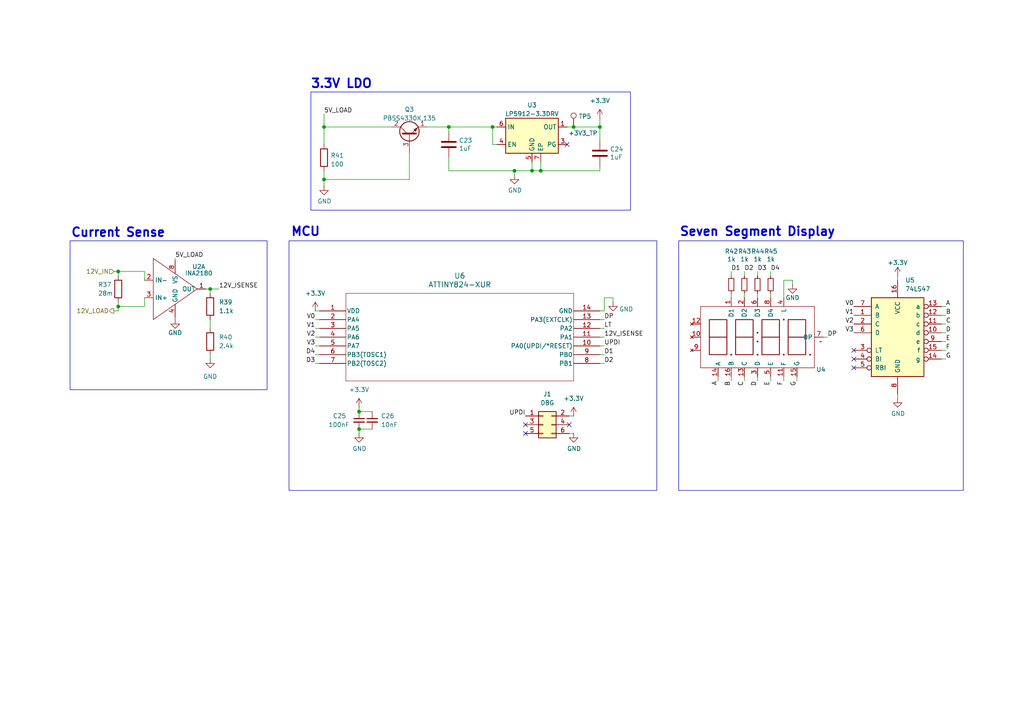
<source format=kicad_sch>
(kicad_sch (version 20231120) (generator "eeschema") (generator_version "8.0")
  (paper "A4")
  (title_block (company "Longhorn Racing Solar") (comment 1 "https://cloud.wikis.utexas.edu/wiki/x/-qKvAQ"))
  (lib_symbols
    (symbol "74xx:74LS47" (pin_names (offset 1.016))
      (property "Reference" "U" (at -7.62 11.43 0))
      (property "Value" "74LS47" (at -7.62 -13.97 0))
      (symbol "74LS47_1_0"
        (pin input line (at -12.7 5.08 0) (length 5.08) (name "B") (number "1"))
        (pin open_collector inverted (at 12.7 0 180) (length 5.08) (name "d") (number "10"))
        (pin open_collector inverted (at 12.7 2.54 180) (length 5.08) (name "c") (number "11"))
        (pin open_collector inverted (at 12.7 5.08 180) (length 5.08) (name "b") (number "12"))
        (pin open_collector inverted (at 12.7 7.62 180) (length 5.08) (name "a") (number "13"))
        (pin open_collector inverted (at 12.7 -7.62 180) (length 5.08) (name "g") (number "14"))
        (pin open_collector inverted (at 12.7 -5.08 180) (length 5.08) (name "f") (number "15"))
        (pin power_in line (at 0 15.24 270) (length 5.08) (name "VCC") (number "16"))
        (pin input line (at -12.7 2.54 0) (length 5.08) (name "C") (number "2"))
        (pin input inverted (at -12.7 -5.08 0) (length 5.08) (name "LT") (number "3"))
        (pin input inverted (at -12.7 -7.62 0) (length 5.08) (name "BI") (number "4"))
        (pin input inverted (at -12.7 -10.16 0) (length 5.08) (name "RBI") (number "5"))
        (pin input line (at -12.7 0 0) (length 5.08) (name "D") (number "6"))
        (pin input line (at -12.7 7.62 0) (length 5.08) (name "A") (number "7"))
        (pin power_in line (at 0 -17.78 90) (length 5.08) (name "GND") (number "8"))
        (pin open_collector inverted (at 12.7 -2.54 180) (length 5.08) (name "e") (number "9"))
      )
      (symbol "74LS47_1_1"
        (rectangle (start -7.62 10.16) (end 7.62 -12.7) (stroke (width 0.254)) (fill (type background)))
      )
    )
    (symbol "Connector:TestPoint" (pin_numbers hide) (pin_names (offset 0.762) hide)
      (property "Reference" "TP" (at 0 6.858 0))
      (property "Value" "TestPoint" (at 0 5.08 0))
      (symbol "TestPoint_0_1"
        (circle (center 0 3.302) (radius 0.762))
      )
      (symbol "TestPoint_1_1"
        (pin passive line (at 0 0 90) (length 2.54) (name "1") (number "1"))
      )
    )
    (symbol "Connector_Generic:Conn_02x03_Odd_Even" (pin_names (offset 1.016) hide)
      (property "Reference" "J" (at 1.27 5.08 0))
      (property "Value" "Conn_02x03_Odd_Even" (at 1.27 -5.08 0))
      (symbol "Conn_02x03_Odd_Even_1_1"
        (rectangle (start -1.27 -2.413) (end 0 -2.667) (stroke (width 0.1524)))
        (rectangle (start -1.27 0.127) (end 0 -0.127) (stroke (width 0.1524)))
        (rectangle (start -1.27 2.667) (end 0 2.413) (stroke (width 0.1524)))
        (rectangle (start -1.27 3.81) (end 3.81 -3.81) (stroke (width 0.254)) (fill (type background)))
        (rectangle (start 3.81 -2.413) (end 2.54 -2.667) (stroke (width 0.1524)))
        (rectangle (start 3.81 0.127) (end 2.54 -0.127) (stroke (width 0.1524)))
        (rectangle (start 3.81 2.667) (end 2.54 2.413) (stroke (width 0.1524)))
        (pin passive line (at -5.08 2.54 0) (length 3.81) (name "Pin_1") (number "1"))
        (pin passive line (at 7.62 2.54 180) (length 3.81) (name "Pin_2") (number "2"))
        (pin passive line (at -5.08 0 0) (length 3.81) (name "Pin_3") (number "3"))
        (pin passive line (at 7.62 0 180) (length 3.81) (name "Pin_4") (number "4"))
        (pin passive line (at -5.08 -2.54 0) (length 3.81) (name "Pin_5") (number "5"))
        (pin passive line (at 7.62 -2.54 180) (length 3.81) (name "Pin_6") (number "6"))
      )
    )
    (symbol "Device:C" (pin_numbers hide) (pin_names (offset 0.254))
      (property "Reference" "C" (at 0.635 2.54 0))
      (property "Value" "C" (at 0.635 -2.54 0))
      (symbol "C_0_1"
        (polyline (pts (xy -2.032 -0.762) (xy 2.032 -0.762)) (stroke (width 0.508)))
        (polyline (pts (xy -2.032 0.762) (xy 2.032 0.762)) (stroke (width 0.508)))
      )
      (symbol "C_1_1"
        (pin passive line (at 0 3.81 270) (length 2.794) (name "~") (number "1"))
        (pin passive line (at 0 -3.81 90) (length 2.794) (name "~") (number "2"))
      )
    )
    (symbol "Device:C_Small" (pin_numbers hide) (pin_names (offset 0.254) hide)
      (property "Reference" "C" (at 0.254 1.778 0))
      (property "Value" "C_Small" (at 0.254 -2.032 0))
      (symbol "C_Small_0_1"
        (polyline (pts (xy -1.524 -0.508) (xy 1.524 -0.508)) (stroke (width 0.3302)))
        (polyline (pts (xy -1.524 0.508) (xy 1.524 0.508)) (stroke (width 0.3048)))
      )
      (symbol "C_Small_1_1"
        (pin passive line (at 0 2.54 270) (length 2.032) (name "~") (number "1"))
        (pin passive line (at 0 -2.54 90) (length 2.032) (name "~") (number "2"))
      )
    )
    (symbol "Device:R" (pin_numbers hide) (pin_names (offset 0))
      (property "Reference" "R" (at 2.032 0 90))
      (property "Value" "R" (at 0 0 90))
      (symbol "R_0_1"
        (rectangle (start -1.016 -2.54) (end 1.016 2.54) (stroke (width 0.254)))
      )
      (symbol "R_1_1"
        (pin passive line (at 0 3.81 270) (length 1.27) (name "~") (number "1"))
        (pin passive line (at 0 -3.81 90) (length 1.27) (name "~") (number "2"))
      )
    )
    (symbol "Device:R_Small" (pin_numbers hide) (pin_names (offset 0.254) hide)
      (property "Reference" "R" (at 0.762 0.508 0))
      (property "Value" "R_Small" (at 0.762 -1.016 0))
      (symbol "R_Small_0_1"
        (rectangle (start -0.762 1.778) (end 0.762 -1.778) (stroke (width 0.2032)))
      )
      (symbol "R_Small_1_1"
        (pin passive line (at 0 2.54 270) (length 0.762) (name "~") (number "1"))
        (pin passive line (at 0 -2.54 90) (length 0.762) (name "~") (number "2"))
      )
    )
    (symbol "Regulator_Linear:LP5912-3.3DRV"
      (property "Reference" "U" (at -3.81 6.35 0))
      (property "Value" "LP5912-3.3DRV" (at 6.35 6.35 0))
      (symbol "LP5912-3.3DRV_0_1"
        (rectangle (start -7.62 -5.08) (end 7.62 5.08) (stroke (width 0.254)) (fill (type background)))
        (pin power_out line (at 10.16 2.54 180) (length 2.54) (name "OUT") (number "1"))
        (pin no_connect line (at 7.62 0 180) (length 2.54) hide (name "NC") (number "2"))
        (pin input line (at -10.16 -2.54 0) (length 2.54) (name "EN") (number "4"))
        (pin power_in line (at 0 -7.62 90) (length 2.54) (name "GND") (number "5"))
        (pin power_in line (at -10.16 2.54 0) (length 2.54) (name "IN") (number "6"))
      )
      (symbol "LP5912-3.3DRV_1_1"
        (pin open_collector line (at 10.16 -2.54 180) (length 2.54) (name "PG") (number "3"))
        (pin passive line (at 2.54 -7.62 90) (length 2.54) (name "EP") (number "7"))
      )
    )
    (symbol "Transistor_BJT:2SC1815" (pin_names (offset 0) hide)
      (property "Reference" "Q" (at 5.08 1.905 0))
      (property "Value" "2SC1815" (at 5.08 0 0))
      (symbol "2SC1815_0_1"
        (polyline (pts (xy 0 0) (xy 0.508 0)))
        (polyline (pts (xy 0.635 0.635) (xy 2.54 2.54)))
        (polyline (pts (xy 0.635 -0.635) (xy 2.54 -2.54) (xy 2.54 -2.54)))
        (polyline (pts (xy 0.635 1.905) (xy 0.635 -1.905) (xy 0.635 -1.905)) (stroke (width 0.508)))
        (polyline (pts (xy 1.27 -1.778) (xy 1.778 -1.27) (xy 2.286 -2.286) (xy 1.27 -1.778) (xy 1.27 -1.778)) (fill (type outline)))
        (circle (center 1.27 0) (radius 2.8194) (stroke (width 0.254)))
      )
      (symbol "2SC1815_1_1"
        (pin passive line (at 2.54 -5.08 90) (length 2.54) (name "E") (number "1"))
        (pin passive line (at 2.54 5.08 270) (length 2.54) (name "C") (number "2"))
        (pin input line (at -5.08 0 0) (length 5.08) (name "B") (number "3"))
      )
    )
    (symbol "power:+3.3V" (power) (pin_numbers hide) (pin_names (offset 0) hide)
      (property "Value" "+3.3V" (at 0 3.556 0))
      (symbol "+3.3V_0_1"
        (polyline (pts (xy -0.762 1.27) (xy 0 2.54)))
        (polyline (pts (xy 0 0) (xy 0 2.54)))
        (polyline (pts (xy 0 2.54) (xy 0.762 1.27)))
      )
      (symbol "+3.3V_1_1"
        (pin power_in line (at 0 0 90) (length 0) (name "~") (number "1"))
      )
    )
    (symbol "power:GND" (power) (pin_numbers hide) (pin_names (offset 0) hide)
      (property "Value" "GND" (at 0 -3.81 0))
      (symbol "GND_0_1"
        (polyline (pts (xy 0 0) (xy 0 -1.27) (xy 1.27 -1.27) (xy 0 -2.54) (xy -1.27 -1.27) (xy 0 -1.27)))
      )
      (symbol "GND_1_1"
        (pin power_in line (at 0 0 270) (length 0) (name "~") (number "1"))
      )
    )
    (symbol "utsvt-chips:INA2180"
      (property "Reference" "U" (at 6.35 5.08 0))
      (property "Value" "INA2180" (at 6.35 7.62 0))
      (symbol "INA2180_0_0"
        (pin power_in line (at 2.54 -8.255 90) (length 3.81) (name "GND") (number "4"))
        (pin power_in line (at 2.54 8.255 270) (length 3.81) (name "VS") (number "8"))
      )
      (symbol "INA2180_0_1"
        (polyline (pts (xy -3.81 8.89) (xy -3.81 -8.89) (xy 8.89 0) (xy -3.81 8.89)))
      )
      (symbol "INA2180_1_1"
        (pin output line (at 11.43 0 180) (length 2.54) (name "OUT") (number "1"))
        (pin input line (at -6.35 2.54 0) (length 2.54) (name "IN-") (number "2"))
        (pin input line (at -6.35 -2.54 0) (length 2.54) (name "IN+") (number "3"))
      )
      (symbol "INA2180_2_1"
        (pin input line (at -6.35 -2.54 0) (length 2.54) (name "IN+") (number "5"))
        (pin input line (at -6.35 2.54 0) (length 2.54) (name "IN-") (number "6"))
        (pin output line (at 11.43 0 180) (length 2.54) (name "OUT") (number "7"))
      )
    )
    (symbol "utsvt-microcontrollers:ATTINY824-XUR" (pin_names (offset 0.254))
      (property "Reference" "U" (at 40.64 10.16 0))
      (property "Value" "ATTINY824-XUR" (at 40.64 7.62 0))
      (symbol "ATTINY824-XUR_0_1"
        (polyline (pts (xy 7.62 -20.32) (xy 73.66 -20.32)) (stroke (width 0.127)))
        (polyline (pts (xy 7.62 5.08) (xy 7.62 -20.32)) (stroke (width 0.127)))
        (polyline (pts (xy 73.66 -20.32) (xy 73.66 5.08)) (stroke (width 0.127)))
        (polyline (pts (xy 73.66 5.08) (xy 7.62 5.08)) (stroke (width 0.127)))
        (pin power_in line (at 0 0 0) (length 7.62) (name "VDD") (number "1"))
        (pin bidirectional line (at 81.28 -10.16 180) (length 7.62) (name "PA0(UPDI/*RESET)") (number "10"))
        (pin bidirectional line (at 81.28 -7.62 180) (length 7.62) (name "PA1") (number "11"))
        (pin bidirectional line (at 81.28 -5.08 180) (length 7.62) (name "PA2") (number "12"))
        (pin bidirectional line (at 81.28 -2.54 180) (length 7.62) (name "PA3(EXTCLK)") (number "13"))
        (pin power_out line (at 81.28 0 180) (length 7.62) (name "GND") (number "14"))
        (pin bidirectional line (at 0 -2.54 0) (length 7.62) (name "PA4") (number "2"))
        (pin bidirectional line (at 0 -5.08 0) (length 7.62) (name "PA5") (number "3"))
        (pin bidirectional line (at 0 -7.62 0) (length 7.62) (name "PA6") (number "4"))
        (pin bidirectional line (at 0 -10.16 0) (length 7.62) (name "PA7") (number "5"))
        (pin bidirectional line (at 0 -12.7 0) (length 7.62) (name "PB3(TOSC1)") (number "6"))
        (pin bidirectional line (at 0 -15.24 0) (length 7.62) (name "PB2(TOSC2)") (number "7"))
        (pin bidirectional line (at 81.28 -15.24 180) (length 7.62) (name "PB1") (number "8"))
        (pin bidirectional line (at 81.28 -12.7 180) (length 7.62) (name "PB0") (number "9"))
      )
    )
    (symbol "utsvt-misc:LTC-4627JS"
      (property "Reference" "U" (at 17.526 -9.906 0))
      (symbol "LTC-4627JS_0_1"
        (rectangle (start -16.51 8.89) (end 16.51 -8.89))
        (circle (center -7.62 -5.08) (radius 0.127) (stroke (width 0.254)))
        (circle (center 0 -5.08) (radius 0.127) (stroke (width 0.254)))
        (circle (center 0 -1.27) (radius 0.127) (stroke (width 0.254)))
        (polyline (pts (xy -13.97 0) (xy -8.89 0)) (stroke (width 0.254)))
        (polyline (pts (xy -6.35 0) (xy -1.27 0)) (stroke (width 0.254)))
        (polyline (pts (xy 1.27 0) (xy 6.35 0)) (stroke (width 0.254)))
        (polyline (pts (xy 8.89 0) (xy 13.97 0)) (stroke (width 0.254)))
        (polyline (pts (xy -13.97 5.08) (xy -8.89 5.08) (xy -8.89 -5.08) (xy -13.97 -5.08) (xy -13.97 5.08)) (stroke (width 0.254)))
        (polyline (pts (xy -6.35 5.08) (xy -1.27 5.08) (xy -1.27 -5.08) (xy -6.35 -5.08) (xy -6.35 5.08)) (stroke (width 0.254)))
        (polyline (pts (xy 1.27 5.08) (xy 6.35 5.08) (xy 6.35 -5.08) (xy 1.27 -5.08) (xy 1.27 5.08)) (stroke (width 0.254)))
        (polyline (pts (xy 8.89 5.08) (xy 13.97 5.08) (xy 13.97 -5.08) (xy 8.89 -5.08) (xy 8.89 5.08)) (stroke (width 0.254)))
        (circle (center 0 1.27) (radius 0.127) (stroke (width 0.254)))
        (circle (center 7.62 -5.08) (radius 0.127) (stroke (width 0.254)))
        (circle (center 7.62 5.08) (radius 0.127) (stroke (width 0.254)))
        (circle (center 15.24 -5.08) (radius 0.127) (stroke (width 0.254)))
      )
      (symbol "LTC-4627JS_1_1"
        (pin input line (at -7.62 11.43 270) (length 2.54) (name "D1") (number "1"))
        (pin no_connect line (at -19.05 0 0) (length 2.54) (name "") (number "10"))
        (pin input line (at 7.62 -11.43 90) (length 2.54) (name "F") (number "11"))
        (pin no_connect line (at -19.05 3.81 0) (length 2.54) (name "") (number "12"))
        (pin input line (at -3.81 -11.43 90) (length 2.54) (name "C") (number "13"))
        (pin input line (at -11.43 -11.43 90) (length 2.54) (name "A") (number "14"))
        (pin input line (at 11.43 -11.43 90) (length 2.54) (name "G") (number "15"))
        (pin input line (at -7.62 -11.43 90) (length 2.54) (name "B") (number "16"))
        (pin input line (at -3.81 11.43 270) (length 2.54) (name "D2") (number "2"))
        (pin input line (at 0 -11.43 90) (length 2.54) (name "D") (number "3"))
        (pin input line (at 7.62 11.43 270) (length 2.54) (name "L") (number "4"))
        (pin input line (at 3.81 -11.43 90) (length 2.54) (name "E") (number "5"))
        (pin input line (at 0 11.43 270) (length 2.54) (name "D3") (number "6"))
        (pin input line (at 19.05 0 180) (length 2.54) (name "DP") (number "7"))
        (pin input line (at 3.81 11.43 270) (length 2.54) (name "D4") (number "8"))
        (pin no_connect line (at -19.05 -3.81 0) (length 2.54) (name "") (number "9"))
      )
    )
  )
  (junction (at 130.175 36.83))
  (junction (at 156.845 49.53))
  (junction (at 166.37 36.83))
  (junction (at 104.14 119.38))
  (junction (at 34.29 88.9))
  (junction (at 60.96 83.82))
  (junction (at 93.98 52.07))
  (junction (at 142.875 36.83))
  (junction (at 149.225 49.53))
  (junction (at 104.14 124.46))
  (junction (at 34.29 78.74))
  (junction (at 93.98 36.83))
  (junction (at 173.99 36.83))
  (junction (at 154.305 49.53))
  (no_connect (at 152.4 125.73))
  (no_connect (at 247.65 106.68))
  (no_connect (at 247.65 101.6))
  (no_connect (at 165.1 123.19))
  (no_connect (at 247.65 104.14))
  (no_connect (at 164.465 41.91))
  (no_connect (at 152.4 123.19))
  (wire (pts (xy 223.52 109.22) (xy 223.52 110.49)))
  (wire (pts (xy 118.745 52.07) (xy 93.98 52.07)))
  (wire (pts (xy 104.14 124.46) (xy 107.95 124.46)))
  (wire (pts (xy 154.305 46.99) (xy 154.305 49.53)))
  (wire (pts (xy 123.825 36.83) (xy 130.175 36.83)))
  (wire (pts (xy 93.98 33.02) (xy 93.98 36.83)))
  (wire (pts (xy 219.71 78.74) (xy 219.71 80.01)))
  (wire (pts (xy 173.99 49.53) (xy 173.99 48.26)))
  (wire (pts (xy 50.8 74.93) (xy 50.8 75.565)))
  (wire (pts (xy 93.98 36.83) (xy 113.665 36.83)))
  (wire (pts (xy 104.14 124.46) (xy 104.14 125.73)))
  (wire (pts (xy 144.145 41.91) (xy 142.875 41.91)))
  (wire (pts (xy 142.875 41.91) (xy 142.875 36.83)))
  (wire (pts (xy 219.71 85.09) (xy 219.71 86.36)))
  (wire (pts (xy 104.14 118.11) (xy 104.14 119.38)))
  (wire (pts (xy 41.91 78.74) (xy 41.91 81.28)))
  (wire (pts (xy 215.9 109.22) (xy 215.9 110.49)))
  (wire (pts (xy 173.99 105.41) (xy 175.26 105.41)))
  (wire (pts (xy 34.29 88.9) (xy 41.91 88.9)))
  (wire (pts (xy 154.305 49.53) (xy 156.845 49.53)))
  (wire (pts (xy 34.29 78.74) (xy 34.29 80.01)))
  (wire (pts (xy 142.875 36.83) (xy 144.145 36.83)))
  (wire (pts (xy 118.745 44.45) (xy 118.745 52.07)))
  (wire (pts (xy 156.845 49.53) (xy 173.99 49.53)))
  (wire (pts (xy 91.44 105.41) (xy 92.71 105.41)))
  (wire (pts (xy 177.8 86.36) (xy 177.8 87.63)))
  (wire (pts (xy 229.87 82.55) (xy 229.87 81.28)))
  (wire (pts (xy 260.35 80.01) (xy 260.35 81.28)))
  (wire (pts (xy 273.05 93.98) (xy 274.32 93.98)))
  (wire (pts (xy 91.44 97.79) (xy 92.71 97.79)))
  (wire (pts (xy 215.9 85.09) (xy 215.9 86.36)))
  (wire (pts (xy 273.05 101.6) (xy 274.32 101.6)))
  (wire (pts (xy 41.91 78.74) (xy 34.29 78.74)))
  (wire (pts (xy 59.69 83.82) (xy 60.96 83.82)))
  (wire (pts (xy 238.76 97.79) (xy 240.03 97.79)))
  (wire (pts (xy 173.99 100.33) (xy 175.26 100.33)))
  (wire (pts (xy 91.44 102.87) (xy 92.71 102.87)))
  (wire (pts (xy 212.09 109.22) (xy 212.09 110.49)))
  (wire (pts (xy 93.98 36.83) (xy 93.98 41.91)))
  (wire (pts (xy 175.26 97.79) (xy 173.99 97.79)))
  (wire (pts (xy 60.96 83.82) (xy 63.5 83.82)))
  (wire (pts (xy 231.14 109.22) (xy 231.14 110.49)))
  (wire (pts (xy 273.05 96.52) (xy 274.32 96.52)))
  (wire (pts (xy 165.1 125.73) (xy 166.37 125.73)))
  (wire (pts (xy 34.29 90.17) (xy 34.29 88.9)))
  (wire (pts (xy 273.05 88.9) (xy 274.32 88.9)))
  (wire (pts (xy 212.09 78.74) (xy 212.09 80.01)))
  (wire (pts (xy 175.26 92.71) (xy 173.99 92.71)))
  (wire (pts (xy 164.465 36.83) (xy 166.37 36.83)))
  (wire (pts (xy 33.02 90.17) (xy 34.29 90.17)))
  (wire (pts (xy 130.175 36.83) (xy 142.875 36.83)))
  (wire (pts (xy 93.98 49.53) (xy 93.98 52.07)))
  (wire (pts (xy 34.29 87.63) (xy 34.29 88.9)))
  (wire (pts (xy 223.52 85.09) (xy 223.52 86.36)))
  (wire (pts (xy 156.845 46.99) (xy 156.845 49.53)))
  (wire (pts (xy 173.99 36.83) (xy 173.99 40.64)))
  (wire (pts (xy 60.96 102.87) (xy 60.96 104.14)))
  (wire (pts (xy 41.91 88.9) (xy 41.91 86.36)))
  (wire (pts (xy 223.52 78.74) (xy 223.52 80.01)))
  (wire (pts (xy 173.99 95.25) (xy 175.26 95.25)))
  (wire (pts (xy 130.175 49.53) (xy 149.225 49.53)))
  (wire (pts (xy 91.44 100.33) (xy 92.71 100.33)))
  (wire (pts (xy 165.1 120.65) (xy 166.37 120.65)))
  (wire (pts (xy 173.99 102.87) (xy 175.26 102.87)))
  (wire (pts (xy 149.225 49.53) (xy 154.305 49.53)))
  (wire (pts (xy 273.05 99.06) (xy 274.32 99.06)))
  (wire (pts (xy 60.96 92.71) (xy 60.96 95.25)))
  (wire (pts (xy 91.44 90.17) (xy 92.71 90.17)))
  (wire (pts (xy 212.09 85.09) (xy 212.09 86.36)))
  (wire (pts (xy 130.175 36.83) (xy 130.175 38.1)))
  (wire (pts (xy 260.35 114.3) (xy 260.35 115.57)))
  (wire (pts (xy 229.87 81.28) (xy 227.33 81.28)))
  (wire (pts (xy 175.26 86.36) (xy 175.26 90.17)))
  (wire (pts (xy 273.05 104.14) (xy 274.32 104.14)))
  (wire (pts (xy 175.26 90.17) (xy 173.99 90.17)))
  (wire (pts (xy 33.02 78.74) (xy 34.29 78.74)))
  (wire (pts (xy 175.26 86.36) (xy 177.8 86.36)))
  (wire (pts (xy 173.99 34.29) (xy 173.99 36.83)))
  (wire (pts (xy 215.9 78.74) (xy 215.9 80.01)))
  (wire (pts (xy 104.14 119.38) (xy 107.95 119.38)))
  (wire (pts (xy 227.33 109.22) (xy 227.33 110.49)))
  (wire (pts (xy 227.33 81.28) (xy 227.33 86.36)))
  (wire (pts (xy 219.71 109.22) (xy 219.71 110.49)))
  (wire (pts (xy 91.44 95.25) (xy 92.71 95.25)))
  (wire (pts (xy 130.175 49.53) (xy 130.175 45.72)))
  (wire (pts (xy 60.96 83.82) (xy 60.96 85.09)))
  (wire (pts (xy 166.37 36.83) (xy 173.99 36.83)))
  (wire (pts (xy 91.44 92.71) (xy 92.71 92.71)))
  (wire (pts (xy 93.98 52.07) (xy 93.98 53.975)))
  (wire (pts (xy 208.28 109.22) (xy 208.28 110.49)))
  (wire (pts (xy 149.225 49.53) (xy 149.225 50.8)))
  (wire (pts (xy 273.05 91.44) (xy 274.32 91.44)))
  (wire (pts (xy 50.8 92.075) (xy 50.8 92.71)))
  (rectangle (start 83.82 69.85) (end 190.5 142.24))
  (rectangle (start 196.85 69.85) (end 279.4 142.24))
  (rectangle (start 90.17 26.67) (end 182.88 60.96))
  (rectangle (start 20.32 69.85) (end 77.47 113.03))
  (text "Current Sense" (at 34.29 67.564 0) (effects (font (size 2.54 2.54) (bold yes))))
  (text "3.3V LDO" (at 99.06 24.384 0) (effects (font (size 2.54 2.54) (bold yes))))
  (text "MCU" (at 88.646 67.31 0) (effects (font (size 2.54 2.54) (bold yes))))
  (text "Seven Segment Display" (at 219.71 67.31 0) (effects (font (size 2.54 2.54) (bold yes))))
  (label "C" (at 215.9 110.49 270))
  (label "G" (at 231.14 110.49 270))
  (label "E" (at 223.52 110.49 270))
  (label "A" (at 274.32 88.9 0))
  (label "D3" (at 91.44 105.41 180))
  (label "D4" (at 223.52 78.74 0))
  (label "D" (at 219.71 110.49 270))
  (label "D2" (at 215.9 78.74 0))
  (label "F" (at 227.33 110.49 270))
  (label "D4" (at 91.44 102.87 180))
  (label "D3" (at 219.71 78.74 0))
  (label "12V_ISENSE" (at 63.5 83.82 0))
  (label "V0" (at 91.44 92.71 180))
  (label "DP" (at 175.26 92.71 0))
  (label "G" (at 274.32 104.14 0))
  (label "C" (at 274.32 93.98 0))
  (label "A" (at 208.28 110.49 270))
  (label "V2" (at 91.44 97.79 180))
  (label "B" (at 274.32 91.44 0))
  (label "F" (at 274.32 101.6 0))
  (label "UPDI" (at 152.4 120.65 180))
  (label "DP" (at 240.03 97.79 0))
  (label "D1" (at 175.26 102.87 0))
  (label "12V_ISENSE" (at 175.26 97.79 0))
  (label "V3" (at 247.65 96.52 180))
  (label "D2" (at 175.26 105.41 0))
  (label "B" (at 212.09 110.49 270))
  (label "V3" (at 91.44 100.33 180))
  (label "V0" (at 247.65 88.9 180))
  (label "5V_LOAD" (at 50.8 74.93 0))
  (label "UPDI" (at 175.26 100.33 0))
  (label "V2" (at 247.65 93.98 180))
  (label "E" (at 274.32 99.06 0))
  (label "LT" (at 175.26 95.25 0))
  (label "D" (at 274.32 96.52 0))
  (label "V1" (at 247.65 91.44 180))
  (label "D1" (at 212.09 78.74 0))
  (label "V1" (at 91.44 95.25 180))
  (label "5V_LOAD" (at 93.98 33.02 0))
  (hierarchical_label "12V_LOAD" (shape output) (at 33.02 90.17 180))
  (hierarchical_label "12V_IN" (shape input) (at 33.02 78.74 180))
  (symbol (lib_id "utsvt-misc:LTC-4627JS") (at 219.71 97.79 0) (unit 1)
    (property "Reference" "U4" (at 236.728 107.188 0) (effects (justify left)))
    (property "Value" "~" (at 237.49 99.06 0) (effects (justify left)))
  )
  (symbol (lib_id "Device:R_Small") (at 223.52 82.55 0) (mirror y) (unit 1)
    (property "Reference" "R45" (at 225.552 72.898 0) (effects (justify left)))
    (property "Value" "1k" (at 224.79 75.184 0) (effects (justify left)))
    (property "Description" "Resistor, small symbol" (effects (hide yes)))
  )
  (symbol (lib_id "74xx:74LS47") (at 260.35 96.52 0) (unit 1)
    (property "Reference" "U5" (at 262.5441 81.28 0) (effects (justify left)))
    (property "Value" "74LS47" (at 262.5441 83.82 0) (effects (justify left)))
    (property "Datasheet" "http://www.ti.com/lit/gpn/sn74LS47" (effects (hide yes)))
    (property "Description" "BCD to 7-segment Driver, Open Collector, 30V outputs" (effects (hide yes)))
  )
  (symbol (lib_id "Device:C") (at 173.99 44.45 0) (unit 1)
    (property "Reference" "C24" (at 176.911 43.2816 0) (effects (justify left)))
    (property "Value" "1uF" (at 176.911 45.593 0) (effects (justify left)))
    (property "Footprint" "Capacitor_SMD:C_0805_2012Metric" (effects (hide yes)))
    (property "P/N" "C0805C105K5PACTU" (effects (hide yes)))
    (property "Mouser Part Number" "Inventory" (effects (hide yes)))
  )
  (symbol (lib_id "Device:R_Small") (at 219.71 82.55 0) (mirror y) (unit 1)
    (property "Reference" "R44" (at 221.742 72.898 0) (effects (justify left)))
    (property "Value" "1k" (at 220.98 75.184 0) (effects (justify left)))
    (property "Description" "Resistor, small symbol" (effects (hide yes)))
  )
  (symbol (lib_id "power:GND") (at 166.37 125.73 0) (unit 1)
    (property "Reference" "#PWR046" (effects (hide yes)))
    (property "Value" "GND" (at 166.497 130.1242 0))
  )
  (symbol (lib_id "power:+3.3V") (at 91.44 90.17 0) (unit 1)
    (property "Reference" "#PWR041" (effects (hide yes)))
    (property "Value" "+3.3V" (at 91.44 85.09 0))
    (property "Description" "Power symbol creates a global label with name \"+3.3V\"" (effects (hide yes)))
  )
  (symbol (lib_id "utsvt-microcontrollers:ATTINY824-XUR") (at 92.71 90.17 0) (unit 1)
    (property "Reference" "U6" (at 133.35 80.01 0) (effects (font (size 1.524 1.524))))
    (property "Value" "ATTINY824-XUR" (at 133.35 82.55 0) (effects (font (size 1.524 1.524))))
    (property "Footprint" "TSSOP14_ST_MCH" (effects (hide yes)))
    (property "Datasheet" "ATTINY824-XUR" (effects (hide yes)))
  )
  (symbol (lib_id "Connector:TestPoint") (at 166.37 36.83 0) (unit 1)
    (property "Reference" "TP5" (at 167.8432 33.782 0) (effects (justify left)))
    (property "Value" "+3V3_TP" (at 164.846 38.608 0) (effects (justify left)))
    (property "Footprint" "Connector_PinHeader_2.54mm:PinHeader_1x01_P2.54mm_Vertical" (effects (hide yes)))
    (property "Datasheet" "https://www.mouser.com/datasheet/2/215/5005_5009-741322.pdf" (effects (hide yes)))
    (property "P/N" "5005" (effects (hide yes)))
    (property "Mouser Part Number" "534-5005" (effects (hide yes)))
  )
  (symbol (lib_id "power:GND") (at 50.8 92.71 0) (unit 1)
    (property "Reference" "#PWR036" (effects (hide yes)))
    (property "Value" "GND" (at 50.8 96.52 0))
    (property "Description" "Power symbol creates a global label with name \"GND\" , ground" (effects (hide yes)))
  )
  (symbol (lib_id "power:+3.3V") (at 104.14 118.11 0) (unit 1)
    (property "Reference" "#PWR044" (effects (hide yes)))
    (property "Value" "+3.3V" (at 104.14 113.03 0))
    (property "Description" "Power symbol creates a global label with name \"+3.3V\"" (effects (hide yes)))
  )
  (symbol (lib_id "power:GND") (at 229.87 82.55 0) (unit 1)
    (property "Reference" "#PWR047" (effects (hide yes)))
    (property "Value" "GND" (at 229.87 86.36 0))
    (property "Description" "Power symbol creates a global label with name \"GND\" , ground" (effects (hide yes)))
  )
  (symbol (lib_id "Device:R") (at 60.96 88.9 0) (unit 1)
    (property "Reference" "R39" (at 63.5 87.6299 0) (effects (justify left)))
    (property "Value" "1.1k" (at 63.5 90.1699 0) (effects (justify left)))
    (property "Description" "Resistor" (effects (hide yes)))
  )
  (symbol (lib_id "power:GND") (at 149.225 50.8 0) (unit 1)
    (property "Reference" "#PWR040" (effects (hide yes)))
    (property "Value" "GND" (at 149.352 55.1942 0))
  )
  (symbol (lib_id "Device:R_Small") (at 215.9 82.55 0) (mirror y) (unit 1)
    (property "Reference" "R43" (at 217.932 72.898 0) (effects (justify left)))
    (property "Value" "1k" (at 217.17 75.184 0) (effects (justify left)))
    (property "Description" "Resistor, small symbol" (effects (hide yes)))
  )
  (symbol (lib_id "Device:C_Small") (at 107.95 121.92 0) (unit 1)
    (property "Reference" "C26" (at 110.49 120.6562 0) (effects (justify left)))
    (property "Value" "10nF" (at 110.49 123.1962 0) (effects (justify left)))
    (property "Description" "Unpolarized capacitor, small symbol" (effects (hide yes)))
  )
  (symbol (lib_id "power:GND") (at 177.8 87.63 0) (unit 1)
    (property "Reference" "#PWR042" (effects (hide yes)))
    (property "Value" "GND" (at 181.61 89.662 0))
  )
  (symbol (lib_id "power:+3.3V") (at 166.37 120.65 0) (unit 1)
    (property "Reference" "#PWR045" (effects (hide yes)))
    (property "Value" "+3.3V" (at 166.37 115.57 0))
    (property "Description" "Power symbol creates a global label with name \"+3.3V\"" (effects (hide yes)))
  )
  (symbol (lib_id "Device:R") (at 34.29 83.82 0) (unit 1)
    (property "Reference" "R37" (at 28.448 82.55 0) (effects (justify left)))
    (property "Value" "28m" (at 28.448 85.09 0) (effects (justify left)))
    (property "Datasheet" "https://www.mouser.com/datasheet/2/447/PYu_PE_521_RoHS_L_10-3002976.pdf" (effects (hide yes)))
    (property "Description" "Resistor" (effects (hide yes)))
  )
  (symbol (lib_id "Device:R") (at 60.96 99.06 0) (unit 1)
    (property "Reference" "R40" (at 63.5 97.7899 0) (effects (justify left)))
    (property "Value" "2.4k" (at 63.5 100.3299 0) (effects (justify left)))
    (property "Description" "Resistor" (effects (hide yes)))
  )
  (symbol (lib_id "Device:R_Small") (at 212.09 82.55 0) (mirror y) (unit 1)
    (property "Reference" "R42" (at 214.122 72.898 0) (effects (justify left)))
    (property "Value" "1k" (at 213.36 75.184 0) (effects (justify left)))
    (property "Description" "Resistor, small symbol" (effects (hide yes)))
  )
  (symbol (lib_id "power:GND") (at 93.98 53.975 0) (unit 1)
    (property "Reference" "#PWR039" (effects (hide yes)))
    (property "Value" "GND" (at 94.107 58.3692 0))
  )
  (symbol (lib_id "Device:R") (at 93.98 45.72 0) (unit 1)
    (property "Reference" "R41" (at 95.885 45.085 0) (effects (justify left)))
    (property "Value" "100" (at 95.885 47.625 0) (effects (justify left)))
    (property "Footprint" "Resistor_SMD:R_0805_2012Metric" (effects (hide yes)))
    (property "Datasheet" "https://www.vishay.com/docs/28773/crcwce3.pdf" (effects (hide yes)))
    (property "Mouser Part Number" "71-CRCW08051K00FKEAC" (effects (hide yes)))
    (property "P/N" "SDR10EZPF1000" (effects (hide yes)))
  )
  (symbol (lib_id "Device:C_Small") (at 104.14 121.92 0) (unit 1)
    (property "Reference" "C25" (at 96.52 120.65 0) (effects (justify left)))
    (property "Value" "100nF" (at 95.25 123.19 0) (effects (justify left)))
    (property "Description" "Unpolarized capacitor, small symbol" (effects (hide yes)))
  )
  (symbol (lib_id "Regulator_Linear:LP5912-3.3DRV") (at 154.305 39.37 0) (unit 1)
    (property "Reference" "U3" (at 154.305 30.48 0))
    (property "Value" "LP5912-3.3DRV" (at 154.305 33.02 0))
    (property "Footprint" "Package_SON:WSON-6-1EP_2x2mm_P0.65mm_EP1x1.6mm" (effects (hide yes)))
    (property "Datasheet" "http://www.ti.com/lit/ds/symlink/lp5912.pdf" (effects (hide yes)))
    (property "Mouser Part Number" "595-LP5912-3.3DRVR" (effects (hide yes)))
    (property "P/N" "LP5912-3.3DRVR" (effects (hide yes)))
  )
  (symbol (lib_id "power:+3.3V") (at 260.35 80.01 0) (unit 1)
    (property "Reference" "#PWR048" (effects (hide yes)))
    (property "Value" "+3.3V" (at 260.35 76.2 0))
    (property "Description" "Power symbol creates a global label with name \"+3.3V\"" (effects (hide yes)))
  )
  (symbol (lib_id "utsvt-chips:INA2180") (at 48.26 83.82 0) (unit 1)
    (property "Reference" "U2" (at 57.658 77.3429 0))
    (property "Value" "INA2180" (at 57.658 79.248 0))
    (property "Datasheet" "https://www.ti.com/lit/ds/symlink/ina180.pdf?ts=1719770112880&ref_url=https%253A%252F%252Fwww.ti.com%252Fproduct%252FINA180%253Fbm-verify%253DAAQAAAAJ_____w-LfN96M5ppw-TgS1zgtOHcTgUCdYwGWxWEQHQfNggHqibuiKL95HOX0-p9zm7599cr2Ef8ccPV1zseVZ1aGsFDm1RKY3cevtDPTnj4QwgauVvaQkKNNUU44mfWKtIIsMxFMJkgdOGIzCK2z3VktFqOHqJa-ocwA2ZbrMw5NYtDfyh3US1t_9VRezqAyZoD1PLH0d52hY3PxWGKd1VVb9RDn0-pRY_3tB2frXf6PUIPAQdg7Bv_j5iUOESeKlwCbuZMCoMHYIVZUef89Rq5PSD9RQgkCB_33FrGlUfFuqqwqP7NTkNL8xlSrw4tBJ3IlQB6CrneDvSM4LI8acctTHvM10_Cnc73ETRxj87jy3MxeIxpONjVIuV2qGrgsQYtrrzx8utLjYv5usg" (effects (hide yes)))
    (property "Description" "Two-Channel INAx180 Current Sense Amplifier" (effects (hide yes)))
  )
  (symbol (lib_id "power:GND") (at 104.14 125.73 0) (unit 1)
    (property "Reference" "#PWR043" (effects (hide yes)))
    (property "Value" "GND" (at 104.267 130.1242 0))
  )
  (symbol (lib_id "Transistor_BJT:2SC1815") (at 118.745 39.37 90) (unit 1)
    (property "Reference" "Q3" (at 118.745 31.75 90))
    (property "Value" "PBSS4330X,135" (at 118.745 34.29 90))
    (property "Footprint" "Package_TO_SOT_SMD:SOT-89-3" (effects (hide yes)))
    (property "Datasheet" "https://www.mouser.com/ProductDetail/Nexperia/PBSS4330X115?qs=LOCUfHb8d9tkO%2Fa0zOWAcA%3D%3D" (effects (hide yes)))
    (property "Height" "1.6" (effects (hide yes)))
    (property "Mouser Part Number" "771-PBSS4330X135" (effects (hide yes)))
    (property "Mouser Price/Stock" "https://www.mouser.co.uk/ProductDetail/Nexperia/PBSS4330X135?qs=LOCUfHb8d9vXgka%252BQXAieA%3D%3D" (effects (hide yes)))
    (property "Manufacturer_Name" "Nexperia" (effects (hide yes)))
    (property "Manufacturer_Part_Number" "PBSS4330X,135" (effects (hide yes)))
    (property "P/N" "PBSS4330X,135" (effects (hide yes)))
  )
  (symbol (lib_id "power:GND") (at 60.96 104.14 0) (unit 1)
    (property "Reference" "#PWR037" (effects (hide yes)))
    (property "Value" "GND" (at 60.96 109.22 0))
    (property "Description" "Power symbol creates a global label with name \"GND\" , ground" (effects (hide yes)))
  )
  (symbol (lib_id "power:GND") (at 260.35 115.57 0) (unit 1)
    (property "Reference" "#PWR049" (effects (hide yes)))
    (property "Value" "GND" (at 260.477 119.9642 0))
  )
  (symbol (lib_id "Connector_Generic:Conn_02x03_Odd_Even") (at 157.48 123.19 0) (unit 1)
    (property "Reference" "J1" (at 158.75 114.3 0))
    (property "Value" "DBG" (at 158.75 116.84 0))
    (property "Description" "Generic connector, double row, 02x03, odd/even pin numbering scheme (row 1 odd numbers, row 2 even numbers), script generated (kicad-library-utils/schlib/autogen/connector/)" (effects (hide yes)))
  )
  (symbol (lib_id "Device:C") (at 130.175 41.91 0) (unit 1)
    (property "Reference" "C23" (at 133.096 40.7416 0) (effects (justify left)))
    (property "Value" "1uF" (at 133.096 43.053 0) (effects (justify left)))
    (property "Footprint" "Capacitor_SMD:C_0805_2012Metric" (effects (hide yes)))
    (property "P/N" "C0805C105K5PACTU" (effects (hide yes)))
    (property "Mouser Part Number" "Inventory" (effects (hide yes)))
  )
  (symbol (lib_id "power:+3.3V") (at 173.99 34.29 0) (unit 1)
    (property "Reference" "#PWR038" (effects (hide yes)))
    (property "Value" "+3.3V" (at 173.99 29.21 0))
    (property "Description" "Power symbol creates a global label with name \"+3.3V\"" (effects (hide yes)))
  )
)
</source>
